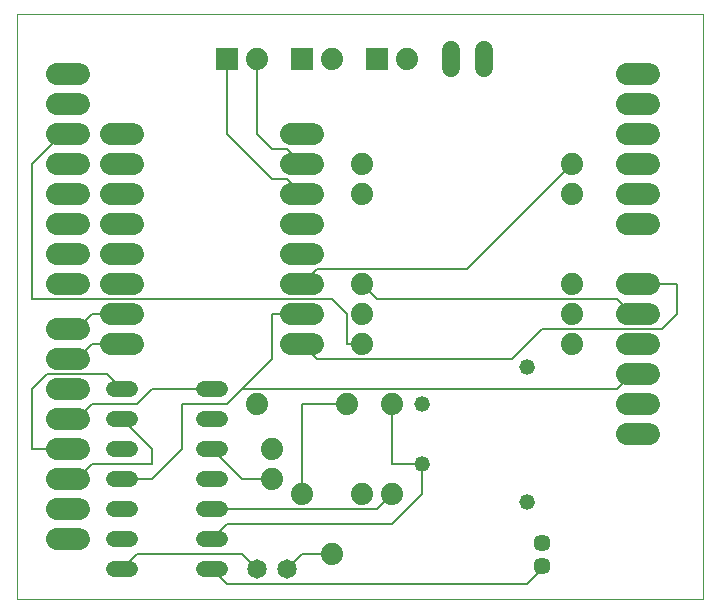
<source format=gbl>
G75*
G70*
%OFA0B0*%
%FSLAX24Y24*%
%IPPOS*%
%LPD*%
%AMOC8*
5,1,8,0,0,1.08239X$1,22.5*
%
%ADD10C,0.0000*%
%ADD11C,0.0740*%
%ADD12C,0.0520*%
%ADD13C,0.0650*%
%ADD14C,0.0740*%
%ADD15R,0.0740X0.0740*%
%ADD16C,0.0520*%
%ADD17C,0.0600*%
%ADD18C,0.0570*%
%ADD19C,0.0060*%
D10*
X000100Y010252D02*
X000100Y029748D01*
X022970Y029748D01*
X022970Y010252D01*
X000100Y010252D01*
D11*
X008600Y014252D03*
X009600Y013752D03*
X008600Y015252D03*
X008100Y016752D03*
X011100Y016752D03*
X012600Y016752D03*
X011600Y018752D03*
X011600Y019752D03*
X011600Y020752D03*
X011600Y023752D03*
X011600Y024752D03*
X010600Y028252D03*
X013100Y028252D03*
X008100Y028252D03*
X018600Y024752D03*
X018600Y023752D03*
X018600Y020752D03*
X018600Y019752D03*
X018600Y018752D03*
X012600Y013752D03*
X011600Y013752D03*
X010600Y011752D03*
D12*
X006860Y011252D02*
X006340Y011252D01*
X006340Y012252D02*
X006860Y012252D01*
X006860Y013252D02*
X006340Y013252D01*
X006340Y014252D02*
X006860Y014252D01*
X006860Y015252D02*
X006340Y015252D01*
X006340Y016252D02*
X006860Y016252D01*
X006860Y017252D02*
X006340Y017252D01*
X003860Y017252D02*
X003340Y017252D01*
X003340Y016252D02*
X003860Y016252D01*
X003860Y015252D02*
X003340Y015252D01*
X003340Y014252D02*
X003860Y014252D01*
X003860Y013252D02*
X003340Y013252D01*
X003340Y012252D02*
X003860Y012252D01*
X003860Y011252D02*
X003340Y011252D01*
D13*
X008100Y011252D03*
X009100Y011252D03*
D14*
X002170Y012252D02*
X001430Y012252D01*
X001430Y013252D02*
X002170Y013252D01*
X002170Y014252D02*
X001430Y014252D01*
X001430Y015252D02*
X002170Y015252D01*
X002170Y016252D02*
X001430Y016252D01*
X001430Y017252D02*
X002170Y017252D01*
X002170Y018252D02*
X001430Y018252D01*
X001430Y019252D02*
X002170Y019252D01*
X003230Y018752D02*
X003970Y018752D01*
X003970Y019752D02*
X003230Y019752D01*
X003230Y020752D02*
X003970Y020752D01*
X003970Y021752D02*
X003230Y021752D01*
X002170Y021752D02*
X001430Y021752D01*
X001430Y020752D02*
X002170Y020752D01*
X002170Y022752D02*
X001430Y022752D01*
X001430Y023752D02*
X002170Y023752D01*
X002170Y024752D02*
X001430Y024752D01*
X001430Y025752D02*
X002170Y025752D01*
X002170Y026752D02*
X001430Y026752D01*
X001430Y027752D02*
X002170Y027752D01*
X003230Y025752D02*
X003970Y025752D01*
X003970Y024752D02*
X003230Y024752D01*
X003230Y023752D02*
X003970Y023752D01*
X003970Y022752D02*
X003230Y022752D01*
X009230Y022752D02*
X009970Y022752D01*
X009970Y023752D02*
X009230Y023752D01*
X009230Y024752D02*
X009970Y024752D01*
X009970Y025752D02*
X009230Y025752D01*
X009230Y021752D02*
X009970Y021752D01*
X009970Y020752D02*
X009230Y020752D01*
X009230Y019752D02*
X009970Y019752D01*
X009970Y018752D02*
X009230Y018752D01*
X020430Y018752D02*
X021170Y018752D01*
X021170Y017752D02*
X020430Y017752D01*
X020430Y016752D02*
X021170Y016752D01*
X021170Y015752D02*
X020430Y015752D01*
X020430Y019752D02*
X021170Y019752D01*
X021170Y020752D02*
X020430Y020752D01*
X020430Y022752D02*
X021170Y022752D01*
X021170Y023752D02*
X020430Y023752D01*
X020430Y024752D02*
X021170Y024752D01*
X021170Y025752D02*
X020430Y025752D01*
X020430Y026752D02*
X021170Y026752D01*
X021170Y027752D02*
X020430Y027752D01*
D15*
X012100Y028252D03*
X009600Y028252D03*
X007100Y028252D03*
D16*
X017100Y018002D03*
X013600Y016752D03*
X013600Y014752D03*
X017100Y013502D03*
D17*
X015650Y027952D02*
X015650Y028552D01*
X014550Y028552D02*
X014550Y027952D01*
D18*
X017600Y012146D03*
X017600Y011359D03*
D19*
X017600Y011252D01*
X017100Y010752D01*
X007100Y010752D01*
X006600Y011252D01*
X007600Y011752D02*
X008100Y011252D01*
X007600Y011752D02*
X004100Y011752D01*
X003600Y011252D01*
X006600Y012252D02*
X007100Y012752D01*
X012600Y012752D01*
X013600Y013752D01*
X013600Y014752D01*
X012600Y014752D01*
X012600Y016752D01*
X011100Y016752D02*
X009600Y016752D01*
X009600Y013752D01*
X008600Y014252D02*
X007600Y014252D01*
X006600Y015252D01*
X005600Y015252D02*
X005600Y016752D01*
X007100Y016752D01*
X007600Y017252D01*
X020100Y017252D01*
X020600Y017752D01*
X020800Y017752D01*
X021600Y019252D02*
X022100Y019752D01*
X022100Y020752D01*
X020800Y020752D01*
X020100Y020252D02*
X020600Y019752D01*
X020800Y019752D01*
X020100Y020252D02*
X012100Y020252D01*
X011600Y020752D01*
X011100Y019752D02*
X011100Y018752D01*
X011600Y018752D01*
X011100Y019752D02*
X010600Y020252D01*
X000600Y020252D01*
X000600Y024752D01*
X001600Y025752D01*
X001800Y025752D01*
X007100Y025752D02*
X007100Y028252D01*
X008100Y028252D02*
X008100Y025752D01*
X008600Y025252D01*
X009100Y025252D01*
X009600Y024752D01*
X009100Y024252D02*
X008600Y024252D01*
X007100Y025752D01*
X009100Y024252D02*
X009600Y023752D01*
X010100Y021252D02*
X015100Y021252D01*
X018600Y024752D01*
X017600Y019252D02*
X021600Y019252D01*
X017600Y019252D02*
X016600Y018252D01*
X010100Y018252D01*
X009600Y018752D01*
X008600Y018252D02*
X008600Y019752D01*
X009600Y019752D01*
X009600Y020752D02*
X010100Y021252D01*
X008600Y018252D02*
X007600Y017252D01*
X006600Y017252D02*
X004600Y017252D01*
X004100Y016752D01*
X002600Y016752D01*
X002100Y016252D01*
X001800Y016252D01*
X001800Y015252D02*
X000600Y015252D01*
X000600Y017252D01*
X001100Y017752D01*
X003100Y017752D01*
X003600Y017252D01*
X003600Y016252D02*
X004600Y015252D01*
X004600Y014752D01*
X002600Y014752D01*
X002100Y014252D01*
X001800Y014252D01*
X003600Y014252D02*
X004600Y014252D01*
X005600Y015252D01*
X006600Y013252D02*
X012100Y013252D01*
X012600Y013752D01*
X010600Y011752D02*
X009600Y011752D01*
X009100Y011252D01*
X002100Y018252D02*
X001800Y018252D01*
X002100Y018252D02*
X002600Y018752D01*
X003600Y018752D01*
X003600Y019752D02*
X002600Y019752D01*
X002100Y019252D01*
X001800Y019252D01*
M02*

</source>
